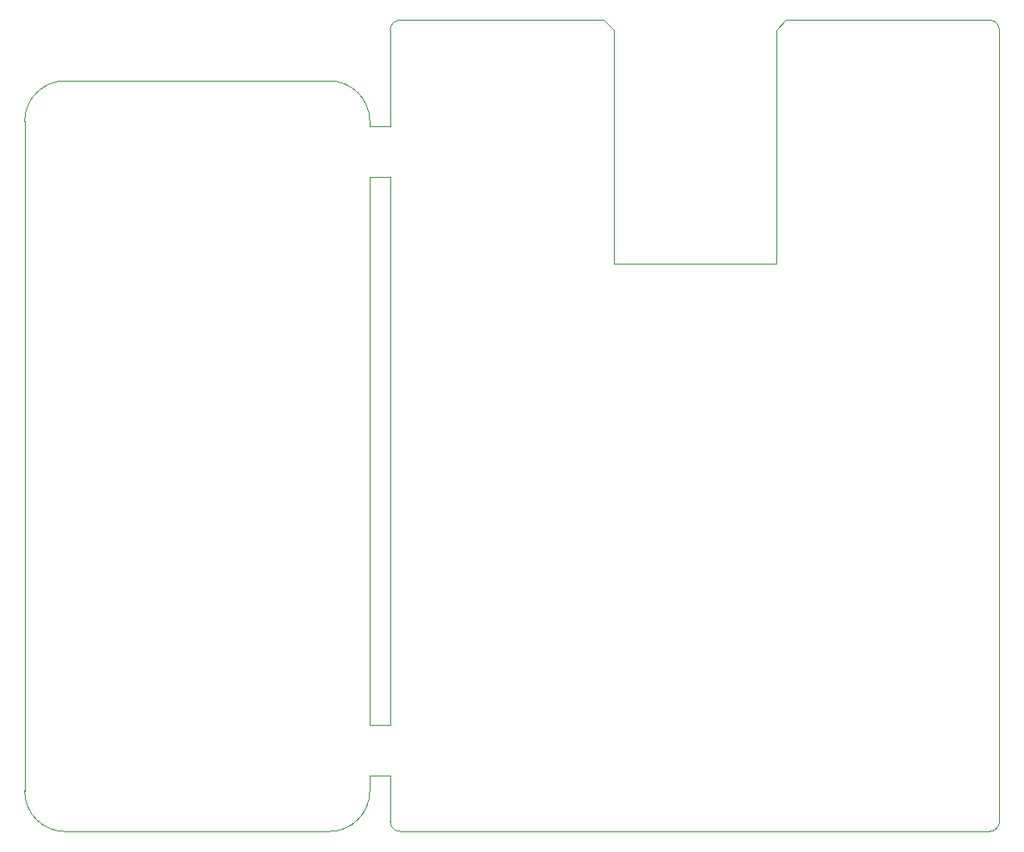
<source format=gbr>
G04 #@! TF.GenerationSoftware,KiCad,Pcbnew,7.0.4-40-g0180cb380f*
G04 #@! TF.CreationDate,2023-08-16T00:58:49-07:00*
G04 #@! TF.ProjectId,RobotCrawler,526f626f-7443-4726-9177-6c65722e6b69,rev?*
G04 #@! TF.SameCoordinates,Original*
G04 #@! TF.FileFunction,Profile,NP*
%FSLAX46Y46*%
G04 Gerber Fmt 4.6, Leading zero omitted, Abs format (unit mm)*
G04 Created by KiCad (PCBNEW 7.0.4-40-g0180cb380f) date 2023-08-16 00:58:49*
%MOMM*%
%LPD*%
G01*
G04 APERTURE LIST*
G04 #@! TA.AperFunction,Profile*
%ADD10C,0.038100*%
G04 #@! TD*
G04 #@! TA.AperFunction,Profile*
%ADD11C,0.120000*%
G04 #@! TD*
G04 APERTURE END LIST*
D10*
X118000000Y-106000000D02*
X118000000Y-105000000D01*
X120000000Y-109000000D02*
X120000000Y-105000000D01*
X120000000Y-31000000D02*
X120000000Y-40000000D01*
X158000000Y-31000000D02*
X159000000Y-30000000D01*
X121000000Y-30000000D02*
G75*
G03*
X120000000Y-31000000I0J-1000000D01*
G01*
X179000000Y-110000000D02*
G75*
G03*
X180000000Y-109000000I0J1000000D01*
G01*
X120000000Y-46000000D02*
X120000000Y-99000000D01*
X141000000Y-30000000D02*
X142000000Y-31000000D01*
X159000000Y-30000000D02*
X179000000Y-30000000D01*
X142000000Y-31000000D02*
X142000000Y-54000000D01*
X121000000Y-110000000D02*
X179000000Y-110000000D01*
X158000000Y-54000000D02*
X158000000Y-31000000D01*
X180000000Y-31000000D02*
G75*
G03*
X179000000Y-30000000I-1000000J0D01*
G01*
X180000000Y-109000000D02*
X180000000Y-31000000D01*
X142000000Y-54000000D02*
X158000000Y-54000000D01*
X120000000Y-109000000D02*
G75*
G03*
X121000000Y-110000000I1000000J0D01*
G01*
X121000000Y-30000000D02*
X141000000Y-30000000D01*
X88000000Y-36000000D02*
G75*
G03*
X84000000Y-40000000I0J-4000000D01*
G01*
X114000000Y-110000000D02*
G75*
G03*
X118000000Y-106000000I0J4000000D01*
G01*
X118000000Y-40000000D02*
G75*
G03*
X114000000Y-36000000I-4000000J0D01*
G01*
X118000000Y-99000000D02*
X118000000Y-46000000D01*
X88000000Y-110000000D02*
X114000000Y-110000000D01*
X84000000Y-40000000D02*
X84000000Y-106000000D01*
X114000000Y-36000000D02*
X88000000Y-36000000D01*
X84000000Y-106000000D02*
G75*
G03*
X88000000Y-110000000I4000000J0D01*
G01*
D11*
X120000000Y-99000000D02*
X120000000Y-99500000D01*
X119000000Y-99500000D02*
X120000000Y-99500000D01*
X120000000Y-104500000D02*
X119000000Y-104500000D01*
X120000000Y-104500000D02*
X120000000Y-105000000D01*
X118000000Y-105000000D02*
X118000000Y-104500000D01*
X119000000Y-104500000D02*
X118000000Y-104500000D01*
X118000000Y-99500000D02*
X119000000Y-99500000D01*
X118000000Y-99500000D02*
X118000000Y-99000000D01*
X120000000Y-40000000D02*
X120000000Y-40500000D01*
X119000000Y-40500000D02*
X120000000Y-40500000D01*
X120000000Y-45500000D02*
X119000000Y-45500000D01*
X120000000Y-45500000D02*
X120000000Y-46000000D01*
X118000000Y-40500000D02*
X119000000Y-40500000D01*
X119000000Y-45500000D02*
X118000000Y-45500000D01*
X118000000Y-46000000D02*
X118000000Y-45500000D01*
X118000000Y-40500000D02*
X118000000Y-40000000D01*
M02*

</source>
